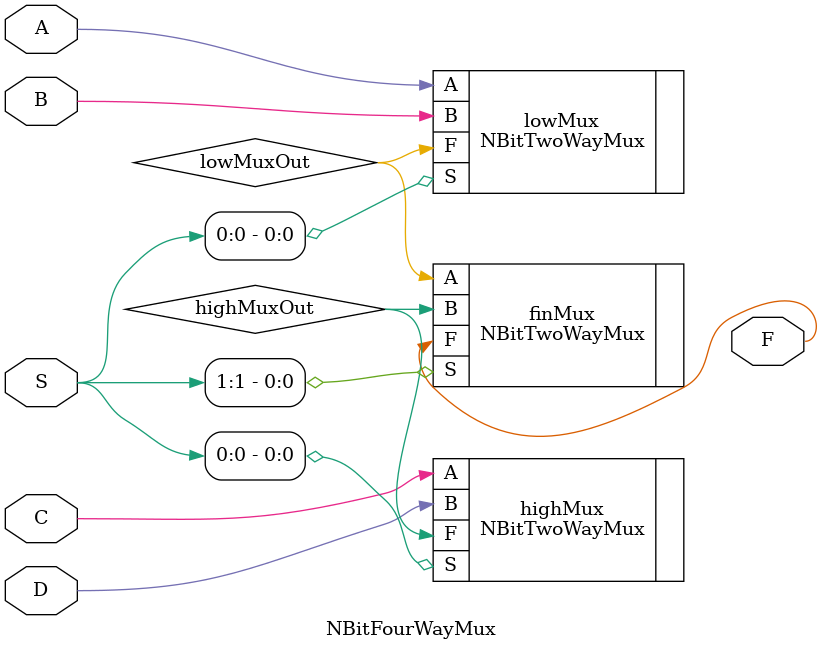
<source format=sv>
`ifndef instruction_mem
`define instruction_mem


`include "mux2.sv"

module NBitFourWayMux #(parameter N=1)(A, B, C, D, S, F);
   //
   // ---------------- PORT DEFINITIONS ----------------
   //
   input wire [N-1:0] A, B, C, D;
   input wire [1:0] S;
   output wire [N-1:0] F;
   
   wire [N-1:0] lowMuxOut, highMuxOut;
   
   //
   // ---------------- MODULE DESIGN IMPLEMENTATION ----------------
   //
        NBitTwoWayMux #(.N(N)) lowMux(.A(A), .B(B), .S(S[0]), .F(lowMuxOut));
        NBitTwoWayMux #(.N(N)) highMux(.A(C), .B(D), .S(S[0]), .F(highMuxOut));
        NBitTwoWayMux #(.N(N)) finMux(.A(lowMuxOut), .B(highMuxOut), .S(S[1]), .F(F));
   
endmodule

`endif 
</source>
